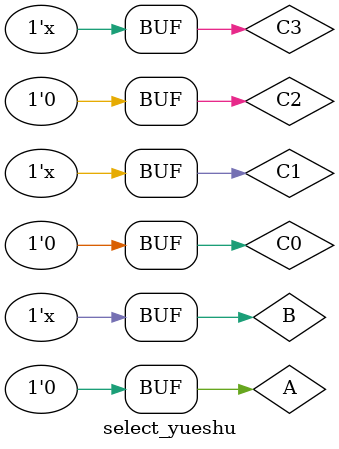
<source format=v>
module select_yueshu;

    reg C0,C1,C2,C3,A,B;
    wire F;    
     select_1 ul(C0,C1,C2,C3,A,B,F);
initial
     begin
        A=0;
        B=1;
        C0=0;
        C1=1;
        C2=0;
        C3=0;
     end
     always #5 C3 = ~C3;
     always #5 C1 = ~C1;
     always #10 B = ~B;
endmodule
</source>
